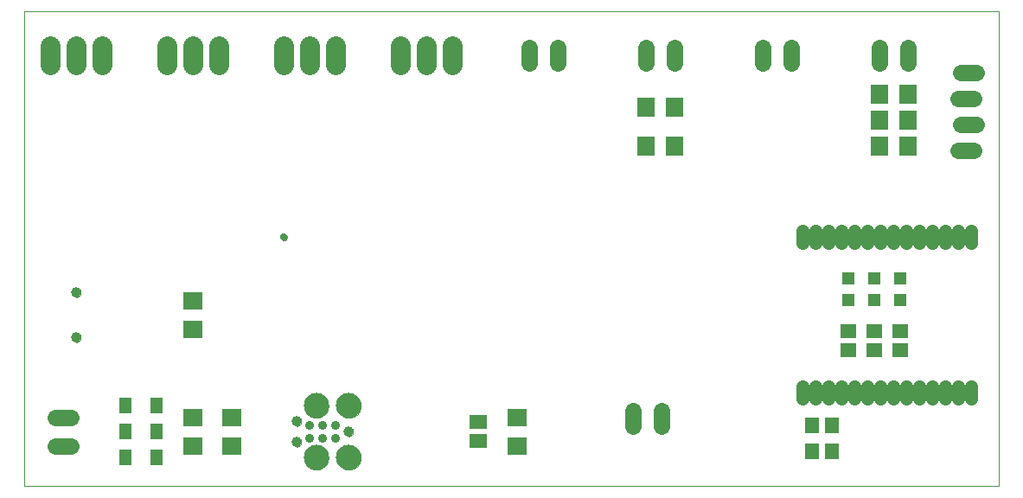
<source format=gbs>
G75*
%MOIN*%
%OFA0B0*%
%FSLAX24Y24*%
%IPPOS*%
%LPD*%
%AMOC8*
5,1,8,0,0,1.08239X$1,22.5*
%
%ADD10C,0.0000*%
%ADD11C,0.0276*%
%ADD12C,0.0350*%
%ADD13C,0.0390*%
%ADD14C,0.0975*%
%ADD15R,0.0749X0.0670*%
%ADD16R,0.0512X0.0591*%
%ADD17R,0.0670X0.0552*%
%ADD18C,0.0394*%
%ADD19C,0.0516*%
%ADD20R,0.0552X0.0631*%
%ADD21R,0.0512X0.0512*%
%ADD22R,0.0631X0.0552*%
%ADD23C,0.0640*%
%ADD24R,0.0670X0.0749*%
%ADD25C,0.0780*%
D10*
X003100Y000100D02*
X003100Y018396D01*
X040670Y018396D01*
X040670Y000100D01*
X003100Y000100D01*
X004923Y005834D02*
X004925Y005860D01*
X004931Y005886D01*
X004941Y005911D01*
X004954Y005934D01*
X004970Y005954D01*
X004990Y005972D01*
X005012Y005987D01*
X005035Y005999D01*
X005061Y006007D01*
X005087Y006011D01*
X005113Y006011D01*
X005139Y006007D01*
X005165Y005999D01*
X005189Y005987D01*
X005210Y005972D01*
X005230Y005954D01*
X005246Y005934D01*
X005259Y005911D01*
X005269Y005886D01*
X005275Y005860D01*
X005277Y005834D01*
X005275Y005808D01*
X005269Y005782D01*
X005259Y005757D01*
X005246Y005734D01*
X005230Y005714D01*
X005210Y005696D01*
X005188Y005681D01*
X005165Y005669D01*
X005139Y005661D01*
X005113Y005657D01*
X005087Y005657D01*
X005061Y005661D01*
X005035Y005669D01*
X005011Y005681D01*
X004990Y005696D01*
X004970Y005714D01*
X004954Y005734D01*
X004941Y005757D01*
X004931Y005782D01*
X004925Y005808D01*
X004923Y005834D01*
X004923Y007566D02*
X004925Y007592D01*
X004931Y007618D01*
X004941Y007643D01*
X004954Y007666D01*
X004970Y007686D01*
X004990Y007704D01*
X005012Y007719D01*
X005035Y007731D01*
X005061Y007739D01*
X005087Y007743D01*
X005113Y007743D01*
X005139Y007739D01*
X005165Y007731D01*
X005189Y007719D01*
X005210Y007704D01*
X005230Y007686D01*
X005246Y007666D01*
X005259Y007643D01*
X005269Y007618D01*
X005275Y007592D01*
X005277Y007566D01*
X005275Y007540D01*
X005269Y007514D01*
X005259Y007489D01*
X005246Y007466D01*
X005230Y007446D01*
X005210Y007428D01*
X005188Y007413D01*
X005165Y007401D01*
X005139Y007393D01*
X005113Y007389D01*
X005087Y007389D01*
X005061Y007393D01*
X005035Y007401D01*
X005011Y007413D01*
X004990Y007428D01*
X004970Y007446D01*
X004954Y007466D01*
X004941Y007489D01*
X004931Y007514D01*
X004925Y007540D01*
X004923Y007566D01*
X012982Y009700D02*
X012984Y009721D01*
X012990Y009741D01*
X012999Y009761D01*
X013011Y009778D01*
X013026Y009792D01*
X013044Y009804D01*
X013064Y009812D01*
X013084Y009817D01*
X013105Y009818D01*
X013126Y009815D01*
X013146Y009809D01*
X013165Y009798D01*
X013182Y009785D01*
X013195Y009769D01*
X013206Y009751D01*
X013214Y009731D01*
X013218Y009711D01*
X013218Y009689D01*
X013214Y009669D01*
X013206Y009649D01*
X013195Y009631D01*
X013182Y009615D01*
X013165Y009602D01*
X013146Y009591D01*
X013126Y009585D01*
X013105Y009582D01*
X013084Y009583D01*
X013064Y009588D01*
X013044Y009596D01*
X013026Y009608D01*
X013011Y009622D01*
X012999Y009639D01*
X012990Y009659D01*
X012984Y009679D01*
X012982Y009700D01*
X013883Y003200D02*
X013885Y003243D01*
X013891Y003286D01*
X013901Y003328D01*
X013915Y003369D01*
X013932Y003408D01*
X013953Y003446D01*
X013977Y003481D01*
X014005Y003515D01*
X014035Y003545D01*
X014069Y003573D01*
X014104Y003597D01*
X014142Y003618D01*
X014181Y003635D01*
X014222Y003649D01*
X014264Y003659D01*
X014307Y003665D01*
X014350Y003667D01*
X014393Y003665D01*
X014436Y003659D01*
X014478Y003649D01*
X014519Y003635D01*
X014558Y003618D01*
X014596Y003597D01*
X014631Y003573D01*
X014665Y003545D01*
X014695Y003515D01*
X014723Y003481D01*
X014747Y003446D01*
X014768Y003408D01*
X014785Y003369D01*
X014799Y003328D01*
X014809Y003286D01*
X014815Y003243D01*
X014817Y003200D01*
X014815Y003157D01*
X014809Y003114D01*
X014799Y003072D01*
X014785Y003031D01*
X014768Y002992D01*
X014747Y002954D01*
X014723Y002919D01*
X014695Y002885D01*
X014665Y002855D01*
X014631Y002827D01*
X014596Y002803D01*
X014558Y002782D01*
X014519Y002765D01*
X014478Y002751D01*
X014436Y002741D01*
X014393Y002735D01*
X014350Y002733D01*
X014307Y002735D01*
X014264Y002741D01*
X014222Y002751D01*
X014181Y002765D01*
X014142Y002782D01*
X014104Y002803D01*
X014069Y002827D01*
X014035Y002855D01*
X014005Y002885D01*
X013977Y002919D01*
X013953Y002954D01*
X013932Y002992D01*
X013915Y003031D01*
X013901Y003072D01*
X013891Y003114D01*
X013885Y003157D01*
X013883Y003200D01*
X013425Y002600D02*
X013427Y002626D01*
X013433Y002652D01*
X013442Y002676D01*
X013455Y002699D01*
X013472Y002719D01*
X013491Y002737D01*
X013513Y002752D01*
X013536Y002763D01*
X013561Y002771D01*
X013587Y002775D01*
X013613Y002775D01*
X013639Y002771D01*
X013664Y002763D01*
X013688Y002752D01*
X013709Y002737D01*
X013728Y002719D01*
X013745Y002699D01*
X013758Y002676D01*
X013767Y002652D01*
X013773Y002626D01*
X013775Y002600D01*
X013773Y002574D01*
X013767Y002548D01*
X013758Y002524D01*
X013745Y002501D01*
X013728Y002481D01*
X013709Y002463D01*
X013687Y002448D01*
X013664Y002437D01*
X013639Y002429D01*
X013613Y002425D01*
X013587Y002425D01*
X013561Y002429D01*
X013536Y002437D01*
X013512Y002448D01*
X013491Y002463D01*
X013472Y002481D01*
X013455Y002501D01*
X013442Y002524D01*
X013433Y002548D01*
X013427Y002574D01*
X013425Y002600D01*
X013425Y001800D02*
X013427Y001826D01*
X013433Y001852D01*
X013442Y001876D01*
X013455Y001899D01*
X013472Y001919D01*
X013491Y001937D01*
X013513Y001952D01*
X013536Y001963D01*
X013561Y001971D01*
X013587Y001975D01*
X013613Y001975D01*
X013639Y001971D01*
X013664Y001963D01*
X013688Y001952D01*
X013709Y001937D01*
X013728Y001919D01*
X013745Y001899D01*
X013758Y001876D01*
X013767Y001852D01*
X013773Y001826D01*
X013775Y001800D01*
X013773Y001774D01*
X013767Y001748D01*
X013758Y001724D01*
X013745Y001701D01*
X013728Y001681D01*
X013709Y001663D01*
X013687Y001648D01*
X013664Y001637D01*
X013639Y001629D01*
X013613Y001625D01*
X013587Y001625D01*
X013561Y001629D01*
X013536Y001637D01*
X013512Y001648D01*
X013491Y001663D01*
X013472Y001681D01*
X013455Y001701D01*
X013442Y001724D01*
X013433Y001748D01*
X013427Y001774D01*
X013425Y001800D01*
X013883Y001200D02*
X013885Y001243D01*
X013891Y001286D01*
X013901Y001328D01*
X013915Y001369D01*
X013932Y001408D01*
X013953Y001446D01*
X013977Y001481D01*
X014005Y001515D01*
X014035Y001545D01*
X014069Y001573D01*
X014104Y001597D01*
X014142Y001618D01*
X014181Y001635D01*
X014222Y001649D01*
X014264Y001659D01*
X014307Y001665D01*
X014350Y001667D01*
X014393Y001665D01*
X014436Y001659D01*
X014478Y001649D01*
X014519Y001635D01*
X014558Y001618D01*
X014596Y001597D01*
X014631Y001573D01*
X014665Y001545D01*
X014695Y001515D01*
X014723Y001481D01*
X014747Y001446D01*
X014768Y001408D01*
X014785Y001369D01*
X014799Y001328D01*
X014809Y001286D01*
X014815Y001243D01*
X014817Y001200D01*
X014815Y001157D01*
X014809Y001114D01*
X014799Y001072D01*
X014785Y001031D01*
X014768Y000992D01*
X014747Y000954D01*
X014723Y000919D01*
X014695Y000885D01*
X014665Y000855D01*
X014631Y000827D01*
X014596Y000803D01*
X014558Y000782D01*
X014519Y000765D01*
X014478Y000751D01*
X014436Y000741D01*
X014393Y000735D01*
X014350Y000733D01*
X014307Y000735D01*
X014264Y000741D01*
X014222Y000751D01*
X014181Y000765D01*
X014142Y000782D01*
X014104Y000803D01*
X014069Y000827D01*
X014035Y000855D01*
X014005Y000885D01*
X013977Y000919D01*
X013953Y000954D01*
X013932Y000992D01*
X013915Y001031D01*
X013901Y001072D01*
X013891Y001114D01*
X013885Y001157D01*
X013883Y001200D01*
X015133Y001200D02*
X015135Y001243D01*
X015141Y001286D01*
X015151Y001328D01*
X015165Y001369D01*
X015182Y001408D01*
X015203Y001446D01*
X015227Y001481D01*
X015255Y001515D01*
X015285Y001545D01*
X015319Y001573D01*
X015354Y001597D01*
X015392Y001618D01*
X015431Y001635D01*
X015472Y001649D01*
X015514Y001659D01*
X015557Y001665D01*
X015600Y001667D01*
X015643Y001665D01*
X015686Y001659D01*
X015728Y001649D01*
X015769Y001635D01*
X015808Y001618D01*
X015846Y001597D01*
X015881Y001573D01*
X015915Y001545D01*
X015945Y001515D01*
X015973Y001481D01*
X015997Y001446D01*
X016018Y001408D01*
X016035Y001369D01*
X016049Y001328D01*
X016059Y001286D01*
X016065Y001243D01*
X016067Y001200D01*
X016065Y001157D01*
X016059Y001114D01*
X016049Y001072D01*
X016035Y001031D01*
X016018Y000992D01*
X015997Y000954D01*
X015973Y000919D01*
X015945Y000885D01*
X015915Y000855D01*
X015881Y000827D01*
X015846Y000803D01*
X015808Y000782D01*
X015769Y000765D01*
X015728Y000751D01*
X015686Y000741D01*
X015643Y000735D01*
X015600Y000733D01*
X015557Y000735D01*
X015514Y000741D01*
X015472Y000751D01*
X015431Y000765D01*
X015392Y000782D01*
X015354Y000803D01*
X015319Y000827D01*
X015285Y000855D01*
X015255Y000885D01*
X015227Y000919D01*
X015203Y000954D01*
X015182Y000992D01*
X015165Y001031D01*
X015151Y001072D01*
X015141Y001114D01*
X015135Y001157D01*
X015133Y001200D01*
X015425Y002200D02*
X015427Y002226D01*
X015433Y002252D01*
X015442Y002276D01*
X015455Y002299D01*
X015472Y002319D01*
X015491Y002337D01*
X015513Y002352D01*
X015536Y002363D01*
X015561Y002371D01*
X015587Y002375D01*
X015613Y002375D01*
X015639Y002371D01*
X015664Y002363D01*
X015688Y002352D01*
X015709Y002337D01*
X015728Y002319D01*
X015745Y002299D01*
X015758Y002276D01*
X015767Y002252D01*
X015773Y002226D01*
X015775Y002200D01*
X015773Y002174D01*
X015767Y002148D01*
X015758Y002124D01*
X015745Y002101D01*
X015728Y002081D01*
X015709Y002063D01*
X015687Y002048D01*
X015664Y002037D01*
X015639Y002029D01*
X015613Y002025D01*
X015587Y002025D01*
X015561Y002029D01*
X015536Y002037D01*
X015512Y002048D01*
X015491Y002063D01*
X015472Y002081D01*
X015455Y002101D01*
X015442Y002124D01*
X015433Y002148D01*
X015427Y002174D01*
X015425Y002200D01*
X015133Y003200D02*
X015135Y003243D01*
X015141Y003286D01*
X015151Y003328D01*
X015165Y003369D01*
X015182Y003408D01*
X015203Y003446D01*
X015227Y003481D01*
X015255Y003515D01*
X015285Y003545D01*
X015319Y003573D01*
X015354Y003597D01*
X015392Y003618D01*
X015431Y003635D01*
X015472Y003649D01*
X015514Y003659D01*
X015557Y003665D01*
X015600Y003667D01*
X015643Y003665D01*
X015686Y003659D01*
X015728Y003649D01*
X015769Y003635D01*
X015808Y003618D01*
X015846Y003597D01*
X015881Y003573D01*
X015915Y003545D01*
X015945Y003515D01*
X015973Y003481D01*
X015997Y003446D01*
X016018Y003408D01*
X016035Y003369D01*
X016049Y003328D01*
X016059Y003286D01*
X016065Y003243D01*
X016067Y003200D01*
X016065Y003157D01*
X016059Y003114D01*
X016049Y003072D01*
X016035Y003031D01*
X016018Y002992D01*
X015997Y002954D01*
X015973Y002919D01*
X015945Y002885D01*
X015915Y002855D01*
X015881Y002827D01*
X015846Y002803D01*
X015808Y002782D01*
X015769Y002765D01*
X015728Y002751D01*
X015686Y002741D01*
X015643Y002735D01*
X015600Y002733D01*
X015557Y002735D01*
X015514Y002741D01*
X015472Y002751D01*
X015431Y002765D01*
X015392Y002782D01*
X015354Y002803D01*
X015319Y002827D01*
X015285Y002855D01*
X015255Y002885D01*
X015227Y002919D01*
X015203Y002954D01*
X015182Y002992D01*
X015165Y003031D01*
X015151Y003072D01*
X015141Y003114D01*
X015135Y003157D01*
X015133Y003200D01*
D11*
X013100Y009700D03*
D12*
X014100Y002450D03*
X014600Y002450D03*
X015100Y002450D03*
X015100Y001950D03*
X014600Y001950D03*
X014100Y001950D03*
D13*
X013600Y001800D03*
X013600Y002600D03*
X015600Y002200D03*
D14*
X015600Y001200D03*
X014350Y001200D03*
X014350Y003200D03*
X015600Y003200D03*
D15*
X011100Y002751D03*
X011100Y001649D03*
X009600Y001649D03*
X009600Y002751D03*
X009600Y006149D03*
X009600Y007251D03*
X022100Y002751D03*
X022100Y001649D03*
D16*
X008191Y001200D03*
X007009Y001200D03*
X007009Y002200D03*
X008191Y002200D03*
X008191Y003200D03*
X007009Y003200D03*
D17*
X020600Y002574D03*
X020600Y001826D03*
D18*
X005100Y005834D03*
X005100Y007566D03*
D19*
X033100Y009462D02*
X033100Y009938D01*
X033600Y009938D02*
X033600Y009462D01*
X034100Y009462D02*
X034100Y009938D01*
X034600Y009938D02*
X034600Y009462D01*
X035100Y009462D02*
X035100Y009938D01*
X035600Y009938D02*
X035600Y009462D01*
X036100Y009462D02*
X036100Y009938D01*
X036600Y009938D02*
X036600Y009462D01*
X037100Y009462D02*
X037100Y009938D01*
X037600Y009938D02*
X037600Y009462D01*
X038100Y009462D02*
X038100Y009938D01*
X038600Y009938D02*
X038600Y009462D01*
X039100Y009462D02*
X039100Y009938D01*
X039600Y009938D02*
X039600Y009462D01*
X039600Y003938D02*
X039600Y003462D01*
X039100Y003462D02*
X039100Y003938D01*
X038600Y003938D02*
X038600Y003462D01*
X038100Y003462D02*
X038100Y003938D01*
X037600Y003938D02*
X037600Y003462D01*
X037100Y003462D02*
X037100Y003938D01*
X036600Y003938D02*
X036600Y003462D01*
X036100Y003462D02*
X036100Y003938D01*
X035600Y003938D02*
X035600Y003462D01*
X035100Y003462D02*
X035100Y003938D01*
X034600Y003938D02*
X034600Y003462D01*
X034100Y003462D02*
X034100Y003938D01*
X033600Y003938D02*
X033600Y003462D01*
X033100Y003462D02*
X033100Y003938D01*
D20*
X033476Y002450D03*
X034224Y002450D03*
X034224Y001450D03*
X033476Y001450D03*
D21*
X034850Y007287D03*
X035850Y007287D03*
X036850Y007287D03*
X036850Y008113D03*
X035850Y008113D03*
X034850Y008113D03*
D22*
X034850Y006074D03*
X034850Y005326D03*
X035850Y005326D03*
X035850Y006074D03*
X036850Y006074D03*
X036850Y005326D03*
D23*
X027650Y003000D02*
X027650Y002400D01*
X026550Y002400D02*
X026550Y003000D01*
X039080Y013040D02*
X039680Y013040D01*
X039780Y014040D02*
X039180Y014040D01*
X039080Y015040D02*
X039680Y015040D01*
X039780Y016040D02*
X039180Y016040D01*
X037150Y016400D02*
X037150Y017000D01*
X036050Y017000D02*
X036050Y016400D01*
X032650Y016400D02*
X032650Y017000D01*
X031550Y017000D02*
X031550Y016400D01*
X028150Y016400D02*
X028150Y017000D01*
X027050Y017000D02*
X027050Y016400D01*
X023650Y016400D02*
X023650Y017000D01*
X022550Y017000D02*
X022550Y016400D01*
X004900Y002750D02*
X004300Y002750D01*
X004300Y001650D02*
X004900Y001650D01*
D24*
X027049Y013200D03*
X028151Y013200D03*
X028151Y014700D03*
X027049Y014700D03*
X036049Y014200D03*
X036049Y015200D03*
X037151Y015200D03*
X037151Y014200D03*
X037151Y013200D03*
X036049Y013200D03*
D25*
X019600Y016330D02*
X019600Y017070D01*
X018600Y017070D02*
X018600Y016330D01*
X017600Y016330D02*
X017600Y017070D01*
X015100Y017070D02*
X015100Y016330D01*
X014100Y016330D02*
X014100Y017070D01*
X013100Y017070D02*
X013100Y016330D01*
X010600Y016330D02*
X010600Y017070D01*
X009600Y017070D02*
X009600Y016330D01*
X008600Y016330D02*
X008600Y017070D01*
X006100Y017070D02*
X006100Y016330D01*
X005100Y016330D02*
X005100Y017070D01*
X004100Y017070D02*
X004100Y016330D01*
M02*

</source>
